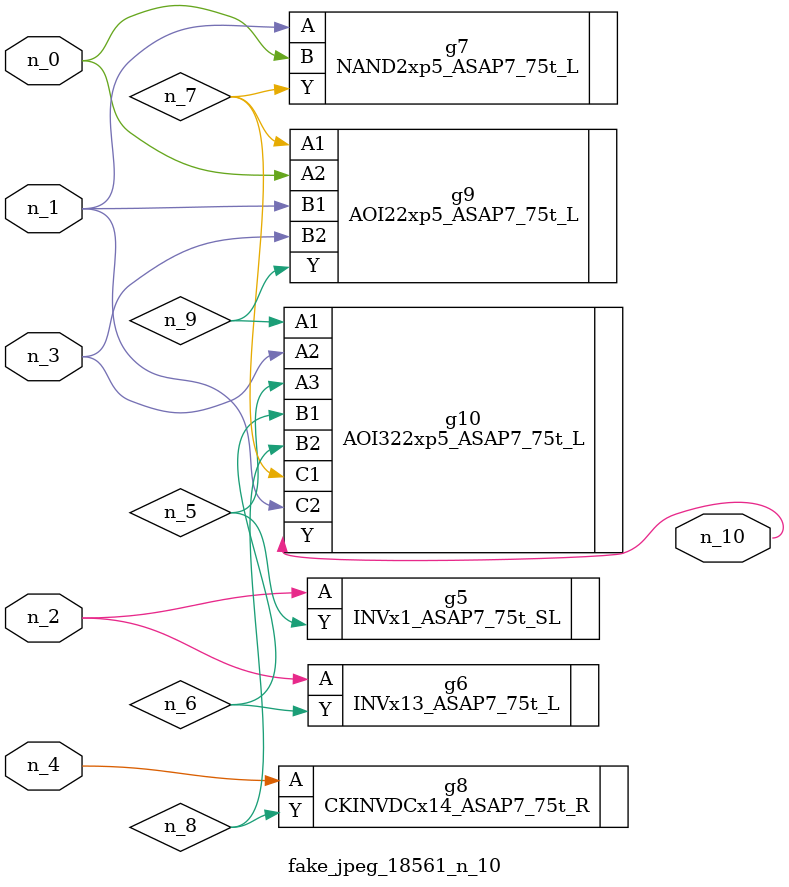
<source format=v>
module fake_jpeg_18561_n_10 (n_3, n_2, n_1, n_0, n_4, n_10);

input n_3;
input n_2;
input n_1;
input n_0;
input n_4;

output n_10;

wire n_8;
wire n_9;
wire n_6;
wire n_5;
wire n_7;

INVx1_ASAP7_75t_SL g5 ( 
.A(n_2),
.Y(n_5)
);

INVx13_ASAP7_75t_L g6 ( 
.A(n_2),
.Y(n_6)
);

NAND2xp5_ASAP7_75t_L g7 ( 
.A(n_1),
.B(n_0),
.Y(n_7)
);

CKINVDCx14_ASAP7_75t_R g8 ( 
.A(n_4),
.Y(n_8)
);

AOI22xp5_ASAP7_75t_L g9 ( 
.A1(n_7),
.A2(n_0),
.B1(n_1),
.B2(n_3),
.Y(n_9)
);

AOI322xp5_ASAP7_75t_L g10 ( 
.A1(n_9),
.A2(n_3),
.A3(n_5),
.B1(n_6),
.B2(n_8),
.C1(n_7),
.C2(n_1),
.Y(n_10)
);


endmodule
</source>
